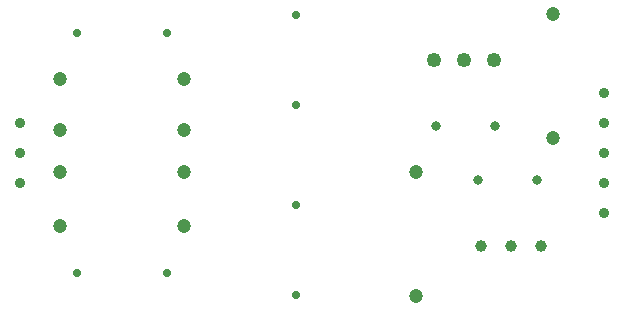
<source format=gbr>
%TF.GenerationSoftware,Altium Limited,Altium Designer,23.11.1 (41)*%
G04 Layer_Color=0*
%FSLAX45Y45*%
%MOMM*%
%TF.SameCoordinates,230AA2AB-B060-4BCE-AA15-615059F28419*%
%TF.FilePolarity,Positive*%
%TF.FileFunction,Plated,1,2,PTH,Drill*%
%TF.Part,Single*%
G01*
G75*
%TA.AperFunction,ComponentDrill*%
%ADD43C,1.20000*%
%ADD44C,0.80000*%
%ADD45C,0.90000*%
%ADD46C,1.00000*%
%ADD47C,1.25000*%
%ADD48C,1.20000*%
%ADD49C,0.70000*%
%ADD50C,0.70000*%
D43*
X3683000Y-2821701D02*
D03*
Y-1775699D02*
D03*
X4838700Y-1488201D02*
D03*
Y-442199D02*
D03*
D44*
X4707702Y-1841500D02*
D03*
X4207698D02*
D03*
X4352102Y-1384300D02*
D03*
X3852098D02*
D03*
D45*
X5270500Y-2120900D02*
D03*
Y-1866900D02*
D03*
Y-1612900D02*
D03*
Y-1358900D02*
D03*
Y-1104900D02*
D03*
X330200Y-1358900D02*
D03*
Y-1612900D02*
D03*
Y-1866900D02*
D03*
D46*
X4737100Y-2400300D02*
D03*
X4483100D02*
D03*
X4229100D02*
D03*
D47*
X4343400Y-825500D02*
D03*
X4089400D02*
D03*
X3835400D02*
D03*
D48*
X1716801Y-1778000D02*
D03*
X670804D02*
D03*
X1716801Y-2235200D02*
D03*
X670799D02*
D03*
Y-1422400D02*
D03*
X1716801D02*
D03*
Y-990600D02*
D03*
X670799D02*
D03*
D49*
X812800Y-2628900D02*
D03*
X1574800D02*
D03*
Y-596900D02*
D03*
X812800D02*
D03*
D50*
X2667000Y-2057400D02*
D03*
Y-2819400D02*
D03*
Y-1206500D02*
D03*
Y-444500D02*
D03*
%TF.MD5,7a912f4972760a866c7e48afd1b1d2e8*%
M02*

</source>
